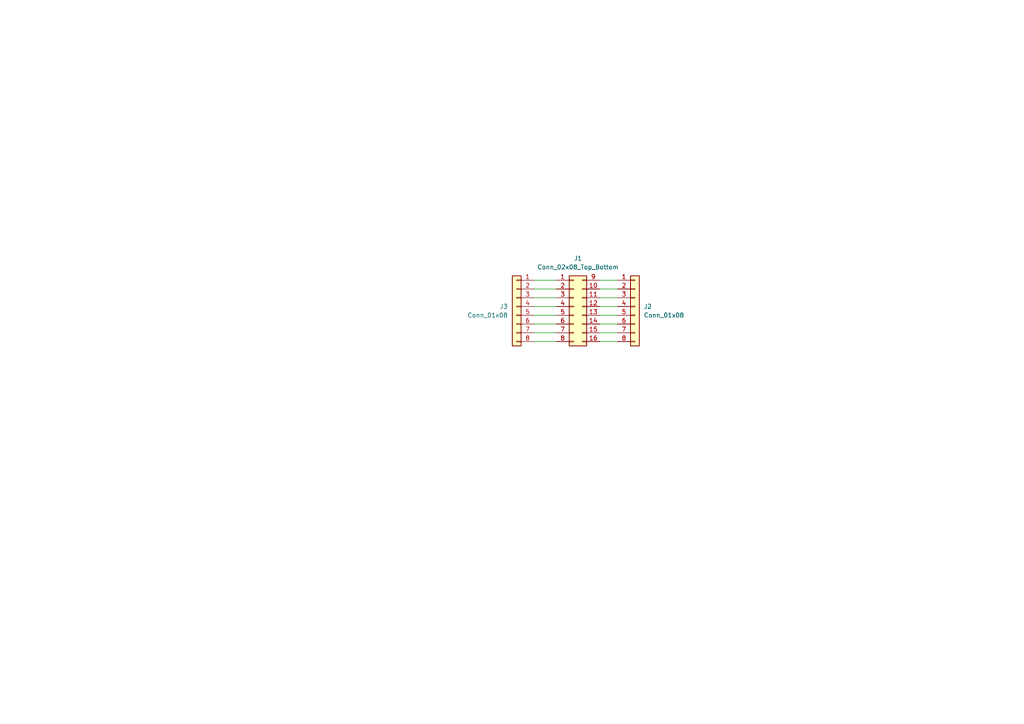
<source format=kicad_sch>
(kicad_sch
	(version 20250114)
	(generator "eeschema")
	(generator_version "9.0")
	(uuid "bf561bce-a0f0-4252-8a5f-35b32b63e1c6")
	(paper "A4")
	(lib_symbols
		(symbol "Connector_Generic:Conn_01x08"
			(pin_names
				(offset 1.016)
				(hide yes)
			)
			(exclude_from_sim no)
			(in_bom yes)
			(on_board yes)
			(property "Reference" "J"
				(at 0 10.16 0)
				(effects
					(font
						(size 1.27 1.27)
					)
				)
			)
			(property "Value" "Conn_01x08"
				(at 0 -12.7 0)
				(effects
					(font
						(size 1.27 1.27)
					)
				)
			)
			(property "Footprint" ""
				(at 0 0 0)
				(effects
					(font
						(size 1.27 1.27)
					)
					(hide yes)
				)
			)
			(property "Datasheet" "~"
				(at 0 0 0)
				(effects
					(font
						(size 1.27 1.27)
					)
					(hide yes)
				)
			)
			(property "Description" "Generic connector, single row, 01x08, script generated (kicad-library-utils/schlib/autogen/connector/)"
				(at 0 0 0)
				(effects
					(font
						(size 1.27 1.27)
					)
					(hide yes)
				)
			)
			(property "ki_keywords" "connector"
				(at 0 0 0)
				(effects
					(font
						(size 1.27 1.27)
					)
					(hide yes)
				)
			)
			(property "ki_fp_filters" "Connector*:*_1x??_*"
				(at 0 0 0)
				(effects
					(font
						(size 1.27 1.27)
					)
					(hide yes)
				)
			)
			(symbol "Conn_01x08_1_1"
				(rectangle
					(start -1.27 8.89)
					(end 1.27 -11.43)
					(stroke
						(width 0.254)
						(type default)
					)
					(fill
						(type background)
					)
				)
				(rectangle
					(start -1.27 7.747)
					(end 0 7.493)
					(stroke
						(width 0.1524)
						(type default)
					)
					(fill
						(type none)
					)
				)
				(rectangle
					(start -1.27 5.207)
					(end 0 4.953)
					(stroke
						(width 0.1524)
						(type default)
					)
					(fill
						(type none)
					)
				)
				(rectangle
					(start -1.27 2.667)
					(end 0 2.413)
					(stroke
						(width 0.1524)
						(type default)
					)
					(fill
						(type none)
					)
				)
				(rectangle
					(start -1.27 0.127)
					(end 0 -0.127)
					(stroke
						(width 0.1524)
						(type default)
					)
					(fill
						(type none)
					)
				)
				(rectangle
					(start -1.27 -2.413)
					(end 0 -2.667)
					(stroke
						(width 0.1524)
						(type default)
					)
					(fill
						(type none)
					)
				)
				(rectangle
					(start -1.27 -4.953)
					(end 0 -5.207)
					(stroke
						(width 0.1524)
						(type default)
					)
					(fill
						(type none)
					)
				)
				(rectangle
					(start -1.27 -7.493)
					(end 0 -7.747)
					(stroke
						(width 0.1524)
						(type default)
					)
					(fill
						(type none)
					)
				)
				(rectangle
					(start -1.27 -10.033)
					(end 0 -10.287)
					(stroke
						(width 0.1524)
						(type default)
					)
					(fill
						(type none)
					)
				)
				(pin passive line
					(at -5.08 7.62 0)
					(length 3.81)
					(name "Pin_1"
						(effects
							(font
								(size 1.27 1.27)
							)
						)
					)
					(number "1"
						(effects
							(font
								(size 1.27 1.27)
							)
						)
					)
				)
				(pin passive line
					(at -5.08 5.08 0)
					(length 3.81)
					(name "Pin_2"
						(effects
							(font
								(size 1.27 1.27)
							)
						)
					)
					(number "2"
						(effects
							(font
								(size 1.27 1.27)
							)
						)
					)
				)
				(pin passive line
					(at -5.08 2.54 0)
					(length 3.81)
					(name "Pin_3"
						(effects
							(font
								(size 1.27 1.27)
							)
						)
					)
					(number "3"
						(effects
							(font
								(size 1.27 1.27)
							)
						)
					)
				)
				(pin passive line
					(at -5.08 0 0)
					(length 3.81)
					(name "Pin_4"
						(effects
							(font
								(size 1.27 1.27)
							)
						)
					)
					(number "4"
						(effects
							(font
								(size 1.27 1.27)
							)
						)
					)
				)
				(pin passive line
					(at -5.08 -2.54 0)
					(length 3.81)
					(name "Pin_5"
						(effects
							(font
								(size 1.27 1.27)
							)
						)
					)
					(number "5"
						(effects
							(font
								(size 1.27 1.27)
							)
						)
					)
				)
				(pin passive line
					(at -5.08 -5.08 0)
					(length 3.81)
					(name "Pin_6"
						(effects
							(font
								(size 1.27 1.27)
							)
						)
					)
					(number "6"
						(effects
							(font
								(size 1.27 1.27)
							)
						)
					)
				)
				(pin passive line
					(at -5.08 -7.62 0)
					(length 3.81)
					(name "Pin_7"
						(effects
							(font
								(size 1.27 1.27)
							)
						)
					)
					(number "7"
						(effects
							(font
								(size 1.27 1.27)
							)
						)
					)
				)
				(pin passive line
					(at -5.08 -10.16 0)
					(length 3.81)
					(name "Pin_8"
						(effects
							(font
								(size 1.27 1.27)
							)
						)
					)
					(number "8"
						(effects
							(font
								(size 1.27 1.27)
							)
						)
					)
				)
			)
			(embedded_fonts no)
		)
		(symbol "Connector_Generic:Conn_02x08_Top_Bottom"
			(pin_names
				(offset 1.016)
				(hide yes)
			)
			(exclude_from_sim no)
			(in_bom yes)
			(on_board yes)
			(property "Reference" "J"
				(at 1.27 10.16 0)
				(effects
					(font
						(size 1.27 1.27)
					)
				)
			)
			(property "Value" "Conn_02x08_Top_Bottom"
				(at 1.27 -12.7 0)
				(effects
					(font
						(size 1.27 1.27)
					)
				)
			)
			(property "Footprint" ""
				(at 0 0 0)
				(effects
					(font
						(size 1.27 1.27)
					)
					(hide yes)
				)
			)
			(property "Datasheet" "~"
				(at 0 0 0)
				(effects
					(font
						(size 1.27 1.27)
					)
					(hide yes)
				)
			)
			(property "Description" "Generic connector, double row, 02x08, top/bottom pin numbering scheme (row 1: 1...pins_per_row, row2: pins_per_row+1 ... num_pins), script generated (kicad-library-utils/schlib/autogen/connector/)"
				(at 0 0 0)
				(effects
					(font
						(size 1.27 1.27)
					)
					(hide yes)
				)
			)
			(property "ki_keywords" "connector"
				(at 0 0 0)
				(effects
					(font
						(size 1.27 1.27)
					)
					(hide yes)
				)
			)
			(property "ki_fp_filters" "Connector*:*_2x??_*"
				(at 0 0 0)
				(effects
					(font
						(size 1.27 1.27)
					)
					(hide yes)
				)
			)
			(symbol "Conn_02x08_Top_Bottom_1_1"
				(rectangle
					(start -1.27 8.89)
					(end 3.81 -11.43)
					(stroke
						(width 0.254)
						(type default)
					)
					(fill
						(type background)
					)
				)
				(rectangle
					(start -1.27 7.747)
					(end 0 7.493)
					(stroke
						(width 0.1524)
						(type default)
					)
					(fill
						(type none)
					)
				)
				(rectangle
					(start -1.27 5.207)
					(end 0 4.953)
					(stroke
						(width 0.1524)
						(type default)
					)
					(fill
						(type none)
					)
				)
				(rectangle
					(start -1.27 2.667)
					(end 0 2.413)
					(stroke
						(width 0.1524)
						(type default)
					)
					(fill
						(type none)
					)
				)
				(rectangle
					(start -1.27 0.127)
					(end 0 -0.127)
					(stroke
						(width 0.1524)
						(type default)
					)
					(fill
						(type none)
					)
				)
				(rectangle
					(start -1.27 -2.413)
					(end 0 -2.667)
					(stroke
						(width 0.1524)
						(type default)
					)
					(fill
						(type none)
					)
				)
				(rectangle
					(start -1.27 -4.953)
					(end 0 -5.207)
					(stroke
						(width 0.1524)
						(type default)
					)
					(fill
						(type none)
					)
				)
				(rectangle
					(start -1.27 -7.493)
					(end 0 -7.747)
					(stroke
						(width 0.1524)
						(type default)
					)
					(fill
						(type none)
					)
				)
				(rectangle
					(start -1.27 -10.033)
					(end 0 -10.287)
					(stroke
						(width 0.1524)
						(type default)
					)
					(fill
						(type none)
					)
				)
				(rectangle
					(start 3.81 7.747)
					(end 2.54 7.493)
					(stroke
						(width 0.1524)
						(type default)
					)
					(fill
						(type none)
					)
				)
				(rectangle
					(start 3.81 5.207)
					(end 2.54 4.953)
					(stroke
						(width 0.1524)
						(type default)
					)
					(fill
						(type none)
					)
				)
				(rectangle
					(start 3.81 2.667)
					(end 2.54 2.413)
					(stroke
						(width 0.1524)
						(type default)
					)
					(fill
						(type none)
					)
				)
				(rectangle
					(start 3.81 0.127)
					(end 2.54 -0.127)
					(stroke
						(width 0.1524)
						(type default)
					)
					(fill
						(type none)
					)
				)
				(rectangle
					(start 3.81 -2.413)
					(end 2.54 -2.667)
					(stroke
						(width 0.1524)
						(type default)
					)
					(fill
						(type none)
					)
				)
				(rectangle
					(start 3.81 -4.953)
					(end 2.54 -5.207)
					(stroke
						(width 0.1524)
						(type default)
					)
					(fill
						(type none)
					)
				)
				(rectangle
					(start 3.81 -7.493)
					(end 2.54 -7.747)
					(stroke
						(width 0.1524)
						(type default)
					)
					(fill
						(type none)
					)
				)
				(rectangle
					(start 3.81 -10.033)
					(end 2.54 -10.287)
					(stroke
						(width 0.1524)
						(type default)
					)
					(fill
						(type none)
					)
				)
				(pin passive line
					(at -5.08 7.62 0)
					(length 3.81)
					(name "Pin_1"
						(effects
							(font
								(size 1.27 1.27)
							)
						)
					)
					(number "1"
						(effects
							(font
								(size 1.27 1.27)
							)
						)
					)
				)
				(pin passive line
					(at -5.08 5.08 0)
					(length 3.81)
					(name "Pin_2"
						(effects
							(font
								(size 1.27 1.27)
							)
						)
					)
					(number "2"
						(effects
							(font
								(size 1.27 1.27)
							)
						)
					)
				)
				(pin passive line
					(at -5.08 2.54 0)
					(length 3.81)
					(name "Pin_3"
						(effects
							(font
								(size 1.27 1.27)
							)
						)
					)
					(number "3"
						(effects
							(font
								(size 1.27 1.27)
							)
						)
					)
				)
				(pin passive line
					(at -5.08 0 0)
					(length 3.81)
					(name "Pin_4"
						(effects
							(font
								(size 1.27 1.27)
							)
						)
					)
					(number "4"
						(effects
							(font
								(size 1.27 1.27)
							)
						)
					)
				)
				(pin passive line
					(at -5.08 -2.54 0)
					(length 3.81)
					(name "Pin_5"
						(effects
							(font
								(size 1.27 1.27)
							)
						)
					)
					(number "5"
						(effects
							(font
								(size 1.27 1.27)
							)
						)
					)
				)
				(pin passive line
					(at -5.08 -5.08 0)
					(length 3.81)
					(name "Pin_6"
						(effects
							(font
								(size 1.27 1.27)
							)
						)
					)
					(number "6"
						(effects
							(font
								(size 1.27 1.27)
							)
						)
					)
				)
				(pin passive line
					(at -5.08 -7.62 0)
					(length 3.81)
					(name "Pin_7"
						(effects
							(font
								(size 1.27 1.27)
							)
						)
					)
					(number "7"
						(effects
							(font
								(size 1.27 1.27)
							)
						)
					)
				)
				(pin passive line
					(at -5.08 -10.16 0)
					(length 3.81)
					(name "Pin_8"
						(effects
							(font
								(size 1.27 1.27)
							)
						)
					)
					(number "8"
						(effects
							(font
								(size 1.27 1.27)
							)
						)
					)
				)
				(pin passive line
					(at 7.62 7.62 180)
					(length 3.81)
					(name "Pin_9"
						(effects
							(font
								(size 1.27 1.27)
							)
						)
					)
					(number "9"
						(effects
							(font
								(size 1.27 1.27)
							)
						)
					)
				)
				(pin passive line
					(at 7.62 5.08 180)
					(length 3.81)
					(name "Pin_10"
						(effects
							(font
								(size 1.27 1.27)
							)
						)
					)
					(number "10"
						(effects
							(font
								(size 1.27 1.27)
							)
						)
					)
				)
				(pin passive line
					(at 7.62 2.54 180)
					(length 3.81)
					(name "Pin_11"
						(effects
							(font
								(size 1.27 1.27)
							)
						)
					)
					(number "11"
						(effects
							(font
								(size 1.27 1.27)
							)
						)
					)
				)
				(pin passive line
					(at 7.62 0 180)
					(length 3.81)
					(name "Pin_12"
						(effects
							(font
								(size 1.27 1.27)
							)
						)
					)
					(number "12"
						(effects
							(font
								(size 1.27 1.27)
							)
						)
					)
				)
				(pin passive line
					(at 7.62 -2.54 180)
					(length 3.81)
					(name "Pin_13"
						(effects
							(font
								(size 1.27 1.27)
							)
						)
					)
					(number "13"
						(effects
							(font
								(size 1.27 1.27)
							)
						)
					)
				)
				(pin passive line
					(at 7.62 -5.08 180)
					(length 3.81)
					(name "Pin_14"
						(effects
							(font
								(size 1.27 1.27)
							)
						)
					)
					(number "14"
						(effects
							(font
								(size 1.27 1.27)
							)
						)
					)
				)
				(pin passive line
					(at 7.62 -7.62 180)
					(length 3.81)
					(name "Pin_15"
						(effects
							(font
								(size 1.27 1.27)
							)
						)
					)
					(number "15"
						(effects
							(font
								(size 1.27 1.27)
							)
						)
					)
				)
				(pin passive line
					(at 7.62 -10.16 180)
					(length 3.81)
					(name "Pin_16"
						(effects
							(font
								(size 1.27 1.27)
							)
						)
					)
					(number "16"
						(effects
							(font
								(size 1.27 1.27)
							)
						)
					)
				)
			)
			(embedded_fonts no)
		)
	)
	(wire
		(pts
			(xy 154.94 96.52) (xy 161.29 96.52)
		)
		(stroke
			(width 0)
			(type default)
		)
		(uuid "053bb730-09c9-478d-a67a-d4c8e8346adc")
	)
	(wire
		(pts
			(xy 154.94 88.9) (xy 161.29 88.9)
		)
		(stroke
			(width 0)
			(type default)
		)
		(uuid "079ef36e-7740-4eb3-ad8c-efcb157d4c25")
	)
	(wire
		(pts
			(xy 154.94 91.44) (xy 161.29 91.44)
		)
		(stroke
			(width 0)
			(type default)
		)
		(uuid "2179a290-d580-4091-b5ed-3f89e2c1d15a")
	)
	(wire
		(pts
			(xy 173.99 99.06) (xy 179.07 99.06)
		)
		(stroke
			(width 0)
			(type default)
		)
		(uuid "2be86d44-0617-422d-b6c8-b464390eb1c4")
	)
	(wire
		(pts
			(xy 173.99 93.98) (xy 179.07 93.98)
		)
		(stroke
			(width 0)
			(type default)
		)
		(uuid "3346be89-5d9a-47d4-872c-234535cf7cd5")
	)
	(wire
		(pts
			(xy 154.94 93.98) (xy 161.29 93.98)
		)
		(stroke
			(width 0)
			(type default)
		)
		(uuid "37637e93-702b-4836-b1ac-aa3b2fe78abb")
	)
	(wire
		(pts
			(xy 173.99 86.36) (xy 179.07 86.36)
		)
		(stroke
			(width 0)
			(type default)
		)
		(uuid "52147bc3-291e-4860-8ad8-477b9e12c301")
	)
	(wire
		(pts
			(xy 173.99 96.52) (xy 179.07 96.52)
		)
		(stroke
			(width 0)
			(type default)
		)
		(uuid "5ffd441c-05d4-4761-93e3-a2d588ce9a9b")
	)
	(wire
		(pts
			(xy 173.99 81.28) (xy 179.07 81.28)
		)
		(stroke
			(width 0)
			(type default)
		)
		(uuid "60e4921e-c37c-4435-9361-33b2decff7ac")
	)
	(wire
		(pts
			(xy 173.99 88.9) (xy 179.07 88.9)
		)
		(stroke
			(width 0)
			(type default)
		)
		(uuid "6265d5e5-0a7b-4995-a200-bea03c393bec")
	)
	(wire
		(pts
			(xy 154.94 83.82) (xy 161.29 83.82)
		)
		(stroke
			(width 0)
			(type default)
		)
		(uuid "9f495381-da98-4188-93ad-5b35113e40aa")
	)
	(wire
		(pts
			(xy 154.94 86.36) (xy 161.29 86.36)
		)
		(stroke
			(width 0)
			(type default)
		)
		(uuid "ac6e5c51-e0ea-4938-8024-d5b13d24d867")
	)
	(wire
		(pts
			(xy 154.94 99.06) (xy 161.29 99.06)
		)
		(stroke
			(width 0)
			(type default)
		)
		(uuid "b4fed278-b33e-4467-b93b-cccf7467752c")
	)
	(wire
		(pts
			(xy 173.99 91.44) (xy 179.07 91.44)
		)
		(stroke
			(width 0)
			(type default)
		)
		(uuid "b76784f1-4fc9-4814-a785-c0510d986e3b")
	)
	(wire
		(pts
			(xy 173.99 83.82) (xy 179.07 83.82)
		)
		(stroke
			(width 0)
			(type default)
		)
		(uuid "d2b209d3-f037-4ef1-892b-f136ea0eb753")
	)
	(wire
		(pts
			(xy 154.94 81.28) (xy 161.29 81.28)
		)
		(stroke
			(width 0)
			(type default)
		)
		(uuid "ff50fe3d-994c-46e9-9e48-f6d0f3a1c121")
	)
	(symbol
		(lib_id "Connector_Generic:Conn_01x08")
		(at 149.86 88.9 0)
		(mirror y)
		(unit 1)
		(exclude_from_sim no)
		(in_bom yes)
		(on_board yes)
		(dnp no)
		(uuid "844d590b-d0db-43b9-a475-de93cc10d93a")
		(property "Reference" "J3"
			(at 147.32 88.8999 0)
			(effects
				(font
					(size 1.27 1.27)
				)
				(justify left)
			)
		)
		(property "Value" "Conn_01x08"
			(at 147.32 91.4399 0)
			(effects
				(font
					(size 1.27 1.27)
				)
				(justify left)
			)
		)
		(property "Footprint" "Connector_PinHeader_2.54mm:PinHeader_1x08_P2.54mm_Vertical"
			(at 149.86 88.9 0)
			(effects
				(font
					(size 1.27 1.27)
				)
				(hide yes)
			)
		)
		(property "Datasheet" "~"
			(at 149.86 88.9 0)
			(effects
				(font
					(size 1.27 1.27)
				)
				(hide yes)
			)
		)
		(property "Description" "Generic connector, single row, 01x08, script generated (kicad-library-utils/schlib/autogen/connector/)"
			(at 149.86 88.9 0)
			(effects
				(font
					(size 1.27 1.27)
				)
				(hide yes)
			)
		)
		(pin "3"
			(uuid "de63e367-ca69-4b77-972f-4d262339ed5d")
		)
		(pin "5"
			(uuid "706ff3a8-e515-46e7-ad5a-e2a9773ee6e7")
		)
		(pin "2"
			(uuid "bc0f5221-7935-4046-8a2c-30207fb96932")
		)
		(pin "1"
			(uuid "08c99779-76f6-46bf-9d50-44c3f0b11e74")
		)
		(pin "4"
			(uuid "ec0b914c-1f63-49f3-a0b0-dec95c8fd556")
		)
		(pin "6"
			(uuid "2c23ca70-bc08-45e2-8d98-849c30ab6132")
		)
		(pin "7"
			(uuid "2567193e-4d55-424d-bcc8-1e1dc1c672fa")
		)
		(pin "8"
			(uuid "2da9ac31-cb9a-439d-b273-3a1d13627cb6")
		)
		(instances
			(project "glas_fiber_pcb"
				(path "/bf561bce-a0f0-4252-8a5f-35b32b63e1c6"
					(reference "J3")
					(unit 1)
				)
			)
		)
	)
	(symbol
		(lib_id "Connector_Generic:Conn_02x08_Top_Bottom")
		(at 166.37 88.9 0)
		(unit 1)
		(exclude_from_sim no)
		(in_bom yes)
		(on_board yes)
		(dnp no)
		(fields_autoplaced yes)
		(uuid "9d960986-c462-4437-92b8-f620717a2fd1")
		(property "Reference" "J1"
			(at 167.64 74.93 0)
			(effects
				(font
					(size 1.27 1.27)
				)
			)
		)
		(property "Value" "Conn_02x08_Top_Bottom"
			(at 167.64 77.47 0)
			(effects
				(font
					(size 1.27 1.27)
				)
			)
		)
		(property "Footprint" "Bondpads:bondpads"
			(at 166.37 88.9 0)
			(effects
				(font
					(size 1.27 1.27)
				)
				(hide yes)
			)
		)
		(property "Datasheet" "~"
			(at 166.37 88.9 0)
			(effects
				(font
					(size 1.27 1.27)
				)
				(hide yes)
			)
		)
		(property "Description" "Generic connector, double row, 02x08, top/bottom pin numbering scheme (row 1: 1...pins_per_row, row2: pins_per_row+1 ... num_pins), script generated (kicad-library-utils/schlib/autogen/connector/)"
			(at 166.37 88.9 0)
			(effects
				(font
					(size 1.27 1.27)
				)
				(hide yes)
			)
		)
		(pin "14"
			(uuid "74422423-0d1d-428c-83e3-ffdb738dc8f3")
		)
		(pin "16"
			(uuid "506f132d-fa6c-4e83-a6b3-073c6cd01e43")
		)
		(pin "1"
			(uuid "19c58166-aad7-491d-a4a2-7ad7172277a0")
		)
		(pin "3"
			(uuid "59807074-b9da-44db-a187-30c854f49894")
		)
		(pin "6"
			(uuid "56145e6f-febe-4689-a6ef-896a54d0fc06")
		)
		(pin "9"
			(uuid "4e7e8fe3-c48f-4fd5-869e-e7215d1a1acb")
		)
		(pin "2"
			(uuid "67199a86-a29f-40af-a456-3a1eba677759")
		)
		(pin "4"
			(uuid "72850658-0929-4609-92b4-2703307316b3")
		)
		(pin "7"
			(uuid "cb1b0198-e9d0-4389-ad7d-1800b2b9c0c0")
		)
		(pin "10"
			(uuid "382dd054-eea9-4dd8-9991-019e3e4a3c98")
		)
		(pin "5"
			(uuid "e3f8baf9-786f-447f-a3f6-5776f719dd88")
		)
		(pin "11"
			(uuid "f249af84-757f-4589-83be-e7283b13c9de")
		)
		(pin "8"
			(uuid "55261461-2c9c-471e-ba72-0bcbe6fa8132")
		)
		(pin "12"
			(uuid "fa00fe7a-e82a-48c5-bd92-c57848393930")
		)
		(pin "13"
			(uuid "c280b3d3-4dd2-4f0d-afc3-5a227eb7374a")
		)
		(pin "15"
			(uuid "45111a62-8e5c-44e7-b4e4-70419fed18e6")
		)
		(instances
			(project ""
				(path "/bf561bce-a0f0-4252-8a5f-35b32b63e1c6"
					(reference "J1")
					(unit 1)
				)
			)
		)
	)
	(symbol
		(lib_id "Connector_Generic:Conn_01x08")
		(at 184.15 88.9 0)
		(unit 1)
		(exclude_from_sim no)
		(in_bom yes)
		(on_board yes)
		(dnp no)
		(fields_autoplaced yes)
		(uuid "d74635d3-6605-44a7-8eed-696237299317")
		(property "Reference" "J2"
			(at 186.69 88.8999 0)
			(effects
				(font
					(size 1.27 1.27)
				)
				(justify left)
			)
		)
		(property "Value" "Conn_01x08"
			(at 186.69 91.4399 0)
			(effects
				(font
					(size 1.27 1.27)
				)
				(justify left)
			)
		)
		(property "Footprint" "Connector_PinHeader_2.54mm:PinHeader_1x08_P2.54mm_Vertical"
			(at 184.15 88.9 0)
			(effects
				(font
					(size 1.27 1.27)
				)
				(hide yes)
			)
		)
		(property "Datasheet" "~"
			(at 184.15 88.9 0)
			(effects
				(font
					(size 1.27 1.27)
				)
				(hide yes)
			)
		)
		(property "Description" "Generic connector, single row, 01x08, script generated (kicad-library-utils/schlib/autogen/connector/)"
			(at 184.15 88.9 0)
			(effects
				(font
					(size 1.27 1.27)
				)
				(hide yes)
			)
		)
		(pin "3"
			(uuid "4bc47049-e96b-4159-885e-6ff3de6cf116")
		)
		(pin "5"
			(uuid "a5a191e2-e5df-49da-854b-11b52d2abad5")
		)
		(pin "2"
			(uuid "9ae4d341-1772-492c-8089-669cf9bc0df6")
		)
		(pin "1"
			(uuid "95affb02-7fe0-4f7b-9d48-c4a935f2fcc2")
		)
		(pin "4"
			(uuid "8c2712d8-fad8-4e26-b085-82ce975975bf")
		)
		(pin "6"
			(uuid "87d775a0-4866-48d7-9540-36091d2bbc26")
		)
		(pin "7"
			(uuid "2a9cb6e1-db77-4a7a-8482-137ef15a413c")
		)
		(pin "8"
			(uuid "f1ce804d-a8f6-442e-a6d6-119b4f6c516f")
		)
		(instances
			(project ""
				(path "/bf561bce-a0f0-4252-8a5f-35b32b63e1c6"
					(reference "J2")
					(unit 1)
				)
			)
		)
	)
	(sheet_instances
		(path "/"
			(page "1")
		)
	)
	(embedded_fonts no)
)

</source>
